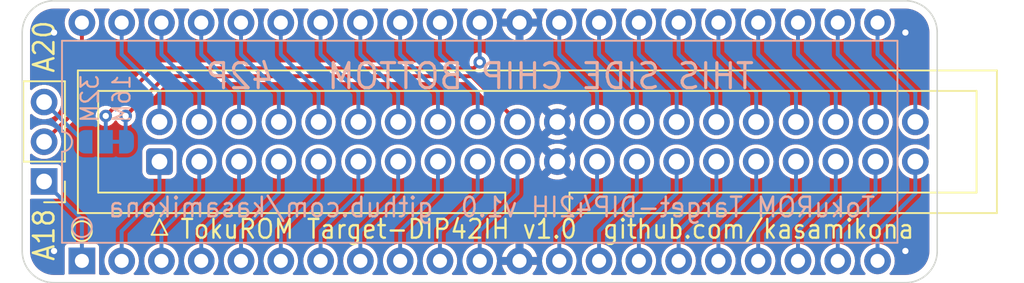
<source format=kicad_pcb>
(kicad_pcb (version 20221018) (generator pcbnew)
  (title_block (title "TokuROM Target-DIP42IH") (rev "1.0") (company "github.com/kasamikona/TokuROM"))
  (layers (0 "F.Cu" signal) (31 "B.Cu" signal) (34 "B.Paste" user) (35 "F.Paste" user) (36 "B.SilkS" user "B.Silkscreen") (37 "F.SilkS" user "F.Silkscreen") (38 "B.Mask" user) (39 "F.Mask" user) (44 "Edge.Cuts" user))
  (net 0 "")
  (net 1 "/A17")
  (net 2 "/A8")
  (net 3 "/A7")
  (net 4 "/A9")
  (net 5 "/A6")
  (net 6 "/A10")
  (net 7 "/A5")
  (net 8 "/A11")
  (net 9 "/A4")
  (net 10 "/A12")
  (net 11 "/A3")
  (net 12 "/A13")
  (net 13 "/A2")
  (net 14 "/A14")
  (net 15 "/A1")
  (net 16 "/A15")
  (net 17 "/A0")
  (net 18 "/A16")
  (net 19 "/CE")
  (net 20 "/BYTE")
  (net 21 "/GND")
  (net 22 "/OE")
  (net 23 "/D15")
  (net 24 "/D0")
  (net 25 "/D7")
  (net 26 "/D8")
  (net 27 "/D14")
  (net 28 "/D1")
  (net 29 "/D6")
  (net 30 "/D9")
  (net 31 "/D13")
  (net 32 "/D2")
  (net 33 "/D5")
  (net 34 "/D10")
  (net 35 "/D12")
  (net 36 "/D3")
  (net 37 "/D4")
  (net 38 "/D11")
  (net 39 "/VCC")
  (net 40 "/BYTE_A20")
  (net 41 "/A18")
  (net 42 "/A19")
  (net 43 "/A20")
  (footprint "Connector_PinHeader_2.54mm:PinHeader_1x03_P2.54mm_Vertical" (layer "F.Cu") (at 17.907 25.4 180)
    (fp_text reference "J3" hide)
    (fp_text value "HIADDR")
    (fp_line (start -1.33 -1.33) (end 0 -1.33) (stroke (width 0.12)) (layer "F.SilkS"))
    (fp_line (start -1.33 0) (end -1.33 -1.33) (stroke (width 0.12)) (layer "F.SilkS"))
    (fp_line (start -1.33 1.27) (end -1.33 6.41) (stroke (width 0.12)) (layer "F.SilkS"))
    (fp_line (start -1.33 1.27) (end 1.33 1.27) (stroke (width 0.12)) (layer "F.SilkS"))
    (fp_line (start -1.33 6.41) (end 1.33 6.41) (stroke (width 0.12)) (layer "F.SilkS"))
    (fp_line (start 1.33 1.27) (end 1.33 6.41) (stroke (width 0.12)) (layer "F.SilkS"))
    (pad "1" thru_hole rect (at 0 0 180) (size 1.7 1.7) (drill 1) (layers "*.Cu" "*.Mask") (net 41 "/A18"))
    (pad "2" thru_hole oval (at 0 2.54 180) (size 1.7 1.7) (drill 1) (layers "*.Cu" "*.Mask") (net 42 "/A19"))
    (pad "3" thru_hole oval (at 0 5.08 180) (size 1.7 1.7) (drill 1) (layers "*.Cu" "*.Mask") (net 43 "/A20"))
  )
  (footprint "Connector_IDC:IDC-Header_2x20_P2.54mm_Vertical" (layer "F.Cu") (at 25.273 24.13 90)
    (fp_text reference "J1" hide)
    (fp_text value "IDC-40")
    (fp_line (start -4.68 -0.5) (end -4.68 0.5) (stroke (width 0.12)) (layer "F.SilkS"))
    (fp_line (start -4.68 0.5) (end -3.68 0) (stroke (width 0.12)) (layer "F.SilkS"))
    (fp_line (start -3.68 0) (end -4.68 -0.5) (stroke (width 0.12)) (layer "F.SilkS"))
    (fp_line (start -3.29 -5.21) (end 5.83 -5.21) (stroke (width 0.12)) (layer "F.SilkS"))
    (fp_line (start -3.29 22.08) (end -1.98 22.08) (stroke (width 0.12)) (layer "F.SilkS"))
    (fp_line (start -3.29 53.47) (end -3.29 -5.21) (stroke (width 0.12)) (layer "F.SilkS"))
    (fp_line (start -1.98 -3.91) (end 4.52 -3.91) (stroke (width 0.12)) (layer "F.SilkS"))
    (fp_line (start -1.98 22.08) (end -1.98 -3.91) (stroke (width 0.12)) (layer "F.SilkS"))
    (fp_line (start -1.98 26.18) (end -3.29 26.18) (stroke (width 0.12)) (layer "F.SilkS"))
    (fp_line (start -1.98 26.18) (end -1.98 26.18) (stroke (width 0.12)) (layer "F.SilkS"))
    (fp_line (start -1.98 52.17) (end -1.98 26.18) (stroke (width 0.12)) (layer "F.SilkS"))
    (fp_line (start 4.52 -3.91) (end 4.52 52.17) (stroke (width 0.12)) (layer "F.SilkS"))
    (fp_line (start 4.52 52.17) (end -1.98 52.17) (stroke (width 0.12)) (layer "F.SilkS"))
    (fp_line (start 5.83 -5.21) (end 5.83 53.47) (stroke (width 0.12)) (layer "F.SilkS"))
    (fp_line (start 5.83 53.47) (end -3.29 53.47) (stroke (width 0.12)) (layer "F.SilkS"))
    (pad "1" thru_hole roundrect (at 0 0 90) (size 1.7 1.7) (drill 1) (layers "*.Cu" "*.Mask") (roundrect_rratio 0.147059) (net 1 "/A17"))
    (pad "2" thru_hole circle (at 2.54 0 90) (size 1.7 1.7) (drill 1) (layers "*.Cu" "*.Mask") (net 2 "/A8"))
    (pad "3" thru_hole circle (at 0 2.54 90) (size 1.7 1.7) (drill 1) (layers "*.Cu" "*.Mask") (net 3 "/A7"))
    (pad "4" thru_hole circle (at 2.54 2.54 90) (size 1.7 1.7) (drill 1) (layers "*.Cu" "*.Mask") (net 4 "/A9"))
    (pad "5" thru_hole circle (at 0 5.08 90) (size 1.7 1.7) (drill 1) (layers "*.Cu" "*.Mask") (net 5 "/A6"))
    (pad "6" thru_hole circle (at 2.54 5.08 90) (size 1.7 1.7) (drill 1) (layers "*.Cu" "*.Mask") (net 6 "/A10"))
    (pad "7" thru_hole circle (at 0 7.62 90) (size 1.7 1.7) (drill 1) (layers "*.Cu" "*.Mask") (net 7 "/A5"))
    (pad "8" thru_hole circle (at 2.54 7.62 90) (size 1.7 1.7) (drill 1) (layers "*.Cu" "*.Mask") (net 8 "/A11"))
    (pad "9" thru_hole circle (at 0 10.16 90) (size 1.7 1.7) (drill 1) (layers "*.Cu" "*.Mask") (net 9 "/A4"))
    (pad "10" thru_hole circle (at 2.54 10.16 90) (size 1.7 1.7) (drill 1) (layers "*.Cu" "*.Mask") (net 10 "/A12"))
    (pad "11" thru_hole circle (at 0 12.7 90) (size 1.7 1.7) (drill 1) (layers "*.Cu" "*.Mask") (net 11 "/A3"))
    (pad "12" thru_hole circle (at 2.54 12.7 90) (size 1.7 1.7) (drill 1) (layers "*.Cu" "*.Mask") (net 12 "/A13"))
    (pad "13" thru_hole circle (at 0 15.24 90) (size 1.7 1.7) (drill 1) (layers "*.Cu" "*.Mask") (net 13 "/A2"))
    (pad "14" thru_hole circle (at 2.54 15.24 90) (size 1.7 1.7) (drill 1) (layers "*.Cu" "*.Mask") (net 14 "/A14"))
    (pad "15" thru_hole circle (at 0 17.78 90) (size 1.7 1.7) (drill 1) (layers "*.Cu" "*.Mask") (net 15 "/A1"))
    (pad "16" thru_hole circle (at 2.54 17.78 90) (size 1.7 1.7) (drill 1) (layers "*.Cu" "*.Mask") (net 16 "/A15"))
    (pad "17" thru_hole circle (at 0 20.32 90) (size 1.7 1.7) (drill 1) (layers "*.Cu" "*.Mask") (net 17 "/A0"))
    (pad "18" thru_hole circle (at 2.54 20.32 90) (size 1.7 1.7) (drill 1) (layers "*.Cu" "*.Mask") (net 18 "/A16"))
    (pad "19" thru_hole circle (at 0 22.86 90) (size 1.7 1.7) (drill 1) (layers "*.Cu" "*.Mask") (net 19 "/CE"))
    (pad "20" thru_hole circle (at 2.54 22.86 90) (size 1.7 1.7) (drill 1) (layers "*.Cu" "*.Mask") (net 20 "/BYTE"))
    (pad "21" thru_hole circle (at 0 25.4 90) (size 1.7 1.7) (drill 1) (layers "*.Cu" "*.Mask") (net 21 "/GND"))
    (pad "22" thru_hole circle (at 2.54 25.4 90) (size 1.7 1.7) (drill 1) (layers "*.Cu" "*.Mask") (net 21 "/GND"))
    (pad "23" thru_hole circle (at 0 27.94 90) (size 1.7 1.7) (drill 1) (layers "*.Cu" "*.Mask") (net 22 "/OE"))
    (pad "24" thru_hole circle (at 2.54 27.94 90) (size 1.7 1.7) (drill 1) (layers "*.Cu" "*.Mask") (net 23 "/D15"))
    (pad "25" thru_hole circle (at 0 30.48 90) (size 1.7 1.7) (drill 1) (layers "*.Cu" "*.Mask") (net 24 "/D0"))
    (pad "26" thru_hole circle (at 2.54 30.48 90) (size 1.7 1.7) (drill 1) (layers "*.Cu" "*.Mask") (net 25 "/D7"))
    (pad "27" thru_hole circle (at 0 33.02 90) (size 1.7 1.7) (drill 1) (layers "*.Cu" "*.Mask") (net 26 "/D8"))
    (pad "28" thru_hole circle (at 2.54 33.02 90) (size 1.7 1.7) (drill 1) (layers "*.Cu" "*.Mask") (net 27 "/D14"))
    (pad "29" thru_hole circle (at 0 35.56 90) (size 1.7 1.7) (drill 1) (layers "*.Cu" "*.Mask") (net 28 "/D1"))
    (pad "30" thru_hole circle (at 2.54 35.56 90) (size 1.7 1.7) (drill 1) (layers "*.Cu" "*.Mask") (net 29 "/D6"))
    (pad "31" thru_hole circle (at 0 38.1 90) (size 1.7 1.7) (drill 1) (layers "*.Cu" "*.Mask") (net 30 "/D9"))
    (pad "32" thru_hole circle (at 2.54 38.1 90) (size 1.7 1.7) (drill 1) (layers "*.Cu" "*.Mask") (net 31 "/D13"))
    (pad "33" thru_hole circle (at 0 40.64 90) (size 1.7 1.7) (drill 1) (layers "*.Cu" "*.Mask") (net 32 "/D2"))
    (pad "34" thru_hole circle (at 2.54 40.64 90) (size 1.7 1.7) (drill 1) (layers "*.Cu" "*.Mask") (net 33 "/D5"))
    (pad "35" thru_hole circle (at 0 43.18 90) (size 1.7 1.7) (drill 1) (layers "*.Cu" "*.Mask") (net 34 "/D10"))
    (pad "36" thru_hole circle (at 2.54 43.18 90) (size 1.7 1.7) (drill 1) (layers "*.Cu" "*.Mask") (net 35 "/D12"))
    (pad "37" thru_hole circle (at 0 45.72 90) (size 1.7 1.7) (drill 1) (layers "*.Cu" "*.Mask") (net 36 "/D3"))
    (pad "38" thru_hole circle (at 2.54 45.72 90) (size 1.7 1.7) (drill 1) (layers "*.Cu" "*.Mask") (net 37 "/D4"))
    (pad "39" thru_hole circle (at 0 48.26 90) (size 1.7 1.7) (drill 1) (layers "*.Cu" "*.Mask") (net 38 "/D11"))
    (pad "40" thru_hole circle (at 2.54 48.26 90) (size 1.7 1.7) (drill 1) (layers "*.Cu" "*.Mask") (net 39 "/VCC"))
  )
  (footprint "Tokurom-Parts:DIP-42_Reversed" (layer "B.Cu") (at 20.32 30.48 -90)
    (fp_text reference "J2" hide)
    (fp_text value "DIP-42_Reversed")
    (fp_line (start -14.08 -52.07) (end -1.16 -52.07) (stroke (width 0.12)) (layer "B.SilkS"))
    (fp_line (start -14.08 1.27) (end -14.08 -52.07) (stroke (width 0.12)) (layer "B.SilkS"))
    (fp_line (start -8.255 1.27) (end -14.08 1.27) (stroke (width 0.12)) (layer "B.SilkS"))
    (fp_line (start -1.16 -52.07) (end -1.16 1.27) (stroke (width 0.12)) (layer "B.SilkS"))
    (fp_line (start -1.16 1.27) (end -6.985 1.27) (stroke (width 0.12)) (layer "B.SilkS"))
    (fp_arc (start -8.255 1.27) (mid -7.62 0.635) (end -6.985 1.27) (stroke (width 0.12)) (layer "B.SilkS"))
    (pad "1" thru_hole rect (at 0 0 270) (size 1.7 1.7) (drill 0.9) (layers "*.Cu" "*.Mask") (net 41 "/A18"))
    (pad "2" thru_hole oval (at 0 -2.54 270) (size 1.7 1.7) (drill 0.9) (layers "*.Cu" "*.Mask") (net 1 "/A17"))
    (pad "3" thru_hole oval (at 0 -5.08 270) (size 1.7 1.7) (drill 0.9) (layers "*.Cu" "*.Mask") (net 3 "/A7"))
    (pad "4" thru_hole oval (at 0 -7.62 270) (size 1.7 1.7) (drill 0.9) (layers "*.Cu" "*.Mask") (net 5 "/A6"))
    (pad "5" thru_hole oval (at 0 -10.16 270) (size 1.7 1.7) (drill 0.9) (layers "*.Cu" "*.Mask") (net 7 "/A5"))
    (pad "6" thru_hole oval (at 0 -12.7 270) (size 1.7 1.7) (drill 0.9) (layers "*.Cu" "*.Mask") (net 9 "/A4"))
    (pad "7" thru_hole oval (at 0 -15.24 270) (size 1.7 1.7) (drill 0.9) (layers "*.Cu" "*.Mask") (net 11 "/A3"))
    (pad "8" thru_hole oval (at 0 -17.78 270) (size 1.7 1.7) (drill 0.9) (layers "*.Cu" "*.Mask") (net 13 "/A2"))
    (pad "9" thru_hole oval (at 0 -20.32 270) (size 1.7 1.7) (drill 0.9) (layers "*.Cu" "*.Mask") (net 15 "/A1"))
    (pad "10" thru_hole oval (at 0 -22.86 270) (size 1.7 1.7) (drill 0.9) (layers "*.Cu" "*.Mask") (net 17 "/A0"))
    (pad "11" thru_hole oval (at 0 -25.4 270) (size 1.7 1.7) (drill 0.9) (layers "*.Cu" "*.Mask") (net 19 "/CE"))
    (pad "12" thru_hole oval (at 0 -27.94 270) (size 1.7 1.7) (drill 0.9) (layers "*.Cu" "*.Mask") (net 21 "/GND"))
    (pad "13" thru_hole oval (at 0 -30.48 270) (size 1.7 1.7) (drill 0.9) (layers "*.Cu" "*.Mask") (net 22 "/OE"))
    (pad "14" thru_hole oval (at 0 -33.02 270) (size 1.7 1.7) (drill 0.9) (layers "*.Cu" "*.Mask") (net 24 "/D0"))
    (pad "15" thru_hole oval (at 0 -35.56 270) (size 1.7 1.7) (drill 0.9) (layers "*.Cu" "*.Mask") (net 26 "/D8"))
    (pad "16" thru_hole oval (at 0 -38.1 270) (size 1.7 1.7) (drill 0.9) (layers "*.Cu" "*.Mask") (net 28 "/D1"))
    (pad "17" thru_hole oval (at 0 -40.64 270) (size 1.7 1.7) (drill 0.9) (layers "*.Cu" "*.Mask") (net 30 "/D9"))
    (pad "18" thru_hole oval (at 0 -43.18 270) (size 1.7 1.7) (drill 0.9) (layers "*.Cu" "*.Mask") (net 32 "/D2"))
    (pad "19" thru_hole oval (at 0 -45.72 270) (size 1.7 1.7) (drill 0.9) (layers "*.Cu" "*.Mask") (net 34 "/D10"))
    (pad "20" thru_hole oval (at 0 -48.26 270) (size 1.7 1.7) (drill 0.9) (layers "*.Cu" "*.Mask") (net 36 "/D3"))
    (pad "21" thru_hole oval (at 0 -50.8 270) (size 1.7 1.7) (drill 0.9) (layers "*.Cu" "*.Mask") (net 38 "/D11"))
    (pad "22" thru_hole oval (at -15.24 -50.8 270) (size 1.7 1.7) (drill 0.9) (layers "*.Cu" "*.Mask") (net 39 "/VCC"))
    (pad "23" thru_hole oval (at -15.24 -48.26 270) (size 1.7 1.7) (drill 0.9) (layers "*.Cu" "*.Mask") (net 37 "/D4"))
    (pad "24" thru_hole oval (at -15.24 -45.72 270) (size 1.7 1.7) (drill 0.9) (layers "*.Cu" "*.Mask") (net 35 "/D12"))
    (pad "25" thru_hole oval (at -15.24 -43.18 270) (size 1.7 1.7) (drill 0.9) (layers "*.Cu" "*.Mask") (net 33 "/D5"))
    (pad "26" thru_hole oval (at -15.24 -40.64 270) (size 1.7 1.7) (drill 0.9) (layers "*.Cu" "*.Mask") (net 31 "/D13"))
    (pad "27" thru_hole oval (at -15.24 -38.1 270) (size 1.7 1.7) (drill 0.9) (layers "*.Cu" "*.Mask") (net 29 "/D6"))
    (pad "28" thru_hole oval (at -15.24 -35.56 270) (size 1.7 1.7) (drill 0.9) (layers "*.Cu" "*.Mask") (net 27 "/D14"))
    (pad "29" thru_hole oval (at -15.24 -33.02 270) (size 1.7 1.7) (drill 0.9) (layers "*.Cu" "*.Mask") (net 25 "/D7"))
    (pad "30" thru_hole oval (at -15.24 -30.48 270) (size 1.7 1.7) (drill 0.9) (layers "*.Cu" "*.Mask") (net 23 "/D15"))
    (pad "31" thru_hole oval (at -15.24 -27.94 270) (size 1.7 1.7) (drill 0.9) (layers "*.Cu" "*.Mask") (net 21 "/GND"))
    (pad "32" thru_hole oval (at -15.24 -25.4 270) (size 1.7 1.7) (drill 0.9) (layers "*.Cu" "*.Mask") (net 40 "/BYTE_A20"))
    (pad "33" thru_hole oval (at -15.24 -22.86 270) (size 1.7 1.7) (drill 0.9) (layers "*.Cu" "*.Mask") (net 18 "/A16"))
    (pad "34" thru_hole oval (at -15.24 -20.32 270) (size 1.7 1.7) (drill 0.9) (layers "*.Cu" "*.Mask") (net 16 "/A15"))
    (pad "35" thru_hole oval (at -15.24 -17.78 270) (size 1.7 1.7) (drill 0.9) (layers "*.Cu" "*.Mask") (net 14 "/A14"))
    (pad "36" thru_hole oval (at -15.24 -15.24 270) (size 1.7 1.7) (drill 0.9) (layers "*.Cu" "*.Mask") (net 12 "/A13"))
    (pad "37" thru_hole oval (at -15.24 -12.7 270) (size 1.7 1.7) (drill 0.9) (layers "*.Cu" "*.Mask") (net 10 "/A12"))
    (pad "38" thru_hole oval (at -15.24 -10.16 270) (size 1.7 1.7) (drill 0.9) (layers "*.Cu" "*.Mask") (net 8 "/A11"))
    (pad "39" thru_hole oval (at -15.24 -7.62 270) (size 1.7 1.7) (drill 0.9) (layers "*.Cu" "*.Mask") (net 6 "/A10"))
    (pad "40" thru_hole oval (at -15.24 -5.08 270) (size 1.7 1.7) (drill 0.9) (layers "*.Cu" "*.Mask") (net 4 "/A9"))
    (pad "41" thru_hole oval (at -15.24 -2.54 270) (size 1.7 1.7) (drill 0.9) (layers "*.Cu" "*.Mask") (net 2 "/A8"))
    (pad "42" thru_hole oval (at -15.24 0 270) (size 1.7 1.7) (drill 0.9) (layers "*.Cu" "*.Mask") (net 42 "/A19"))
  )
  (footprint "Tokurom-Parts:SolderJumper-3_Custom" (layer "B.Cu") (at 21.844 22.86 180)
    (fp_text reference "JP1" hide)
    (fp_text value "16M/32M")
    (fp_poly (pts (xy -0.9 0.125) (xy -0.4 0.125) (xy -0.4 -0.125) (xy -0.9 -0.125)) (fill solid) (layer "B.Cu"))
    (pad "1" smd roundrect (at -1.325 0 180) (size 0.95 1.5) (layers "B.Cu" "B.Mask") (roundrect_rratio 0.5) (chamfer_ratio 0) (chamfer top_right bottom_right) (net 20 "/BYTE"))
    (pad "2" smd rect (at 0 0 180) (size 0.9 1.5) (layers "B.Cu" "B.Mask") (net 40 "/BYTE_A20"))
    (pad "3" smd roundrect (at 1.325 0 180) (size 0.95 1.5) (layers "B.Cu" "B.Mask") (roundrect_rratio 0.5) (chamfer_ratio 0) (chamfer top_left bottom_left) (net 43 "/A20"))
  )
  (gr_circle (center 20.32 28.321) (end 20.32 27.686) (stroke (width 0.12)) (fill none) (layer "B.SilkS"))
  (gr_circle (center 20.32 28.575) (end 20.32 27.94) (stroke (width 0.12)) (fill none) (layer "F.SilkS"))
  (gr_line (start 18.542 13.843) (end 72.898 13.843) (stroke (width 0.1)) (layer "Edge.Cuts"))
  (gr_arc (start 18.542 31.877) (mid 17.105159 31.281841) (end 16.51 29.845) (stroke (width 0.1)) (layer "Edge.Cuts"))
  (gr_line (start 16.51 29.845) (end 16.51 15.875) (stroke (width 0.1)) (layer "Edge.Cuts"))
  (gr_arc (start 74.93 29.845) (mid 74.334841 31.281841) (end 72.898 31.877) (stroke (width 0.1)) (layer "Edge.Cuts"))
  (gr_arc (start 72.898 13.843) (mid 74.334841 14.438159) (end 74.93 15.875) (stroke (width 0.1)) (layer "Edge.Cuts"))
  (gr_line (start 72.898 31.877) (end 18.542 31.877) (stroke (width 0.1)) (layer "Edge.Cuts"))
  (gr_line (start 74.93 15.875) (end 74.93 29.845) (stroke (width 0.1)) (layer "Edge.Cuts"))
  (gr_arc (start 16.51 15.875) (mid 17.105159 14.438159) (end 18.542 13.843) (stroke (width 0.1)) (layer "Edge.Cuts"))
  (gr_text "TokuROM Target-DIP42IH v${REVISION}  github.com/kasamikona" (at 46.482 27.051) (layer "B.SilkS") (effects (font (size 1.25 1.15) (thickness 0.156)) (justify mirror)))
  (gr_text "16M" (at 22.86 21.717 90) (layer "B.SilkS") (effects (font (size 1.1 1) (thickness 0.138)) (justify right mirror)))
  (gr_text "32M" (at 20.828 21.717 90) (layer "B.SilkS") (effects (font (size 1.1 1) (thickness 0.138)) (justify right mirror)))
  (gr_text "THIS SIDE CHIP BOTTOM   42P" (at 45.72 18.669) (layer "B.SilkS") (effects (font (size 1.6 1.5) (thickness 0.2)) (justify mirror)))
  (gr_text "TokuROM Target-DIP42IH v${REVISION}  github.com/kasamikona" (at 50.038 28.448) (layer "F.SilkS") (effects (font (size 1.2 1.1))))
  (gr_text "A20" (at 17.907 18.542 90) (layer "F.SilkS") (effects (font (size 1.3 1.2) (thickness 0.163)) (justify left)))
  (gr_text "A18" (at 17.907 27.051 90) (layer "F.SilkS") (effects (font (size 1.3 1.2) (thickness 0.163) bold) (justify right)))
  (segment (start 25.273 24.13) (end 25.273 26.162) (width 0.25) (layer "B.Cu") (net 1))
  (segment (start 25.273 26.162) (end 22.86 28.575) (width 0.25) (layer "B.Cu") (net 1))
  (segment (start 22.86 28.575) (end 22.86 30.48) (width 0.25) (layer "B.Cu") (net 1))
  (segment (start 25.273 21.59) (end 25.273 19.685) (width 0.25) (layer "B.Cu") (net 2))
  (segment (start 25.273 19.685) (end 22.86 17.272) (width 0.25) (layer "B.Cu") (net 2))
  (segment (start 22.86 17.272) (end 22.86 15.24) (width 0.25) (layer "B.Cu") (net 2))
  (segment (start 27.813 26.162) (end 25.4 28.575) (width 0.25) (layer "B.Cu") (net 3))
  (segment (start 27.813 24.13) (end 27.813 26.162) (width 0.25) (layer "B.Cu") (net 3))
  (segment (start 25.4 28.575) (end 25.4 30.48) (width 0.25) (layer "B.Cu") (net 3))
  (segment (start 25.4 17.272) (end 25.4 15.24) (width 0.25) (layer "B.Cu") (net 4))
  (segment (start 27.813 21.59) (end 27.813 19.685) (width 0.25) (layer "B.Cu") (net 4))
  (segment (start 27.813 19.685) (end 25.4 17.272) (width 0.25) (layer "B.Cu") (net 4))
  (segment (start 27.94 28.575) (end 27.94 30.48) (width 0.25) (layer "B.Cu") (net 5))
  (segment (start 30.353 24.13) (end 30.353 26.162) (width 0.25) (layer "B.Cu") (net 5))
  (segment (start 30.353 26.162) (end 27.94 28.575) (width 0.25) (layer "B.Cu") (net 5))
  (segment (start 30.353 19.685) (end 27.94 17.272) (width 0.25) (layer "B.Cu") (net 6))
  (segment (start 27.94 17.272) (end 27.94 15.24) (width 0.25) (layer "B.Cu") (net 6))
  (segment (start 30.353 21.59) (end 30.353 19.685) (width 0.25) (layer "B.Cu") (net 6))
  (segment (start 32.893 24.13) (end 32.893 26.162) (width 0.25) (layer "B.Cu") (net 7))
  (segment (start 32.893 26.162) (end 30.48 28.575) (width 0.25) (layer "B.Cu") (net 7))
  (segment (start 30.48 28.575) (end 30.48 30.48) (width 0.25) (layer "B.Cu") (net 7))
  (segment (start 30.48 17.272) (end 32.893 19.685) (width 0.25) (layer "B.Cu") (net 8))
  (segment (start 30.48 15.24) (end 30.48 17.272) (width 0.25) (layer "B.Cu") (net 8))
  (segment (start 32.893 19.685) (end 32.893 21.59) (width 0.25) (layer "B.Cu") (net 8))
  (segment (start 35.433 24.13) (end 35.433 26.162) (width 0.25) (layer "B.Cu") (net 9))
  (segment (start 33.02 28.575) (end 33.02 30.48) (width 0.25) (layer "B.Cu") (net 9))
  (segment (start 35.433 26.162) (end 33.02 28.575) (width 0.25) (layer "B.Cu") (net 9))
  (segment (start 33.02 17.272) (end 35.433 19.685) (width 0.25) (layer "B.Cu") (net 10))
  (segment (start 35.433 19.685) (end 35.433 21.59) (width 0.25) (layer "B.Cu") (net 10))
  (segment (start 33.02 15.24) (end 33.02 17.272) (width 0.25) (layer "B.Cu") (net 10))
  (segment (start 35.56 28.575) (end 35.56 30.48) (width 0.25) (layer "B.Cu") (net 11))
  (segment (start 37.973 26.162) (end 35.56 28.575) (width 0.25) (layer "B.Cu") (net 11))
  (segment (start 37.973 24.13) (end 37.973 26.162) (width 0.25) (layer "B.Cu") (net 11))
  (segment (start 37.973 19.685) (end 37.973 21.59) (width 0.25) (layer "B.Cu") (net 12))
  (segment (start 35.56 15.24) (end 35.56 17.272) (width 0.25) (layer "B.Cu") (net 12))
  (segment (start 35.56 17.272) (end 37.973 19.685) (width 0.25) (layer "B.Cu") (net 12))
  (segment (start 38.1 28.575) (end 38.1 30.48) (width 0.25) (layer "B.Cu") (net 13))
  (segment (start 40.513 24.13) (end 40.513 26.162) (width 0.25) (layer "B.Cu") (net 13))
  (segment (start 40.513 26.162) (end 38.1 28.575) (width 0.25) (layer "B.Cu") (net 13))
  (segment (start 38.1 15.24) (end 38.1 17.272) (width 0.25) (layer "B.Cu") (net 14))
  (segment (start 40.513 19.685) (end 40.513 21.59) (width 0.25) (layer "B.Cu") (net 14))
  (segment (start 38.1 17.272) (end 40.513 19.685) (width 0.25) (layer "B.Cu") (net 14))
  (segment (start 43.053 26.162) (end 40.64 28.575) (width 0.25) (layer "B.Cu") (net 15))
  (segment (start 43.053 24.13) (end 43.053 26.162) (width 0.25) (layer "B.Cu") (net 15))
  (segment (start 40.64 28.575) (end 40.64 30.48) (width 0.25) (layer "B.Cu") (net 15))
  (segment (start 40.64 17.272) (end 43.053 19.685) (width 0.25) (layer "B.Cu") (net 16))
  (segment (start 40.64 15.24) (end 40.64 17.272) (width 0.25) (layer "B.Cu") (net 16))
  (segment (start 43.053 19.685) (end 43.053 21.59) (width 0.25) (layer "B.Cu") (net 16))
  (segment (start 45.593 26.162) (end 43.18 28.575) (width 0.25) (layer "B.Cu") (net 17))
  (segment (start 43.18 28.575) (end 43.18 30.48) (width 0.25) (layer "B.Cu") (net 17))
  (segment (start 45.593 24.13) (end 45.593 26.162) (width 0.25) (layer "B.Cu") (net 17))
  (segment (start 43.18 15.24) (end 43.18 17.272) (width 0.25) (layer "B.Cu") (net 18))
  (segment (start 43.18 17.272) (end 45.593 19.685) (width 0.25) (layer "B.Cu") (net 18))
  (segment (start 45.593 19.685) (end 45.593 21.59) (width 0.25) (layer "B.Cu") (net 18))
  (segment (start 45.72 28.575) (end 45.72 30.48) (width 0.25) (layer "B.Cu") (net 19))
  (segment (start 48.133 26.162) (end 45.72 28.575) (width 0.25) (layer "B.Cu") (net 19))
  (segment (start 48.133 24.13) (end 48.133 26.162) (width 0.25) (layer "B.Cu") (net 19))
  (segment (start 45.212 18.669) (end 48.133 21.59) (width 0.25) (layer "F.Cu") (net 20))
  (segment (start 25.654 18.669) (end 45.212 18.669) (width 0.25) (layer "F.Cu") (net 20))
  (segment (start 23.114 21.209) (end 25.654 18.669) (width 0.25) (layer "F.Cu") (net 20))
  (via (at 23.114 21.209) (size 0.8) (drill 0.4) (layers "F.Cu" "B.Cu") (net 20))
  (segment (start 23.114 22.805) (end 23.169 22.86) (width 0.25) (layer "B.Cu") (net 20))
  (segment (start 23.114 21.209) (end 23.114 22.805) (width 0.25) (layer "B.Cu") (net 20))
  (via (at 72.898 15.875) (size 0.8) (drill 0.4) (layers "F.Cu" "B.Cu") (net 21))
  (via (at 72.898 29.845) (size 0.8) (drill 0.4) (layers "F.Cu" "B.Cu") (net 21))
  (via (at 18.542 15.875) (size 0.8) (drill 0.4) (layers "F.Cu" "B.Cu") (net 21))
  (via (at 18.542 29.845) (size 0.8) (drill 0.4) (layers "F.Cu" "B.Cu") (net 21))
  (segment (start 50.8 28.575) (end 50.8 30.48) (width 0.25) (layer "B.Cu") (net 22))
  (segment (start 53.213 24.13) (end 53.213 26.162) (width 0.25) (layer "B.Cu") (net 22))
  (segment (start 53.213 26.162) (end 50.8 28.575) (width 0.25) (layer "B.Cu") (net 22))
  (segment (start 50.8 17.272) (end 53.213 19.685) (width 0.25) (layer "B.Cu") (net 23))
  (segment (start 53.213 19.685) (end 53.213 21.59) (width 0.25) (layer "B.Cu") (net 23))
  (segment (start 50.8 15.24) (end 50.8 17.272) (width 0.25) (layer "B.Cu") (net 23))
  (segment (start 55.753 24.13) (end 55.753 26.162) (width 0.25) (layer "B.Cu") (net 24))
  (segment (start 55.753 26.162) (end 53.34 28.575) (width 0.25) (layer "B.Cu") (net 24))
  (segment (start 53.34 28.575) (end 53.34 30.48) (width 0.25) (layer "B.Cu") (net 24))
  (segment (start 53.34 17.272) (end 55.753 19.685) (width 0.25) (layer "B.Cu") (net 25))
  (segment (start 55.753 19.685) (end 55.753 21.59) (width 0.25) (layer "B.Cu") (net 25))
  (segment (start 53.34 15.24) (end 53.34 17.272) (width 0.25) (layer "B.Cu") (net 25))
  (segment (start 58.293 24.13) (end 58.293 26.162) (width 0.25) (layer "B.Cu") (net 26))
  (segment (start 58.293 26.162) (end 55.88 28.575) (width 0.25) (layer "B.Cu") (net 26))
  (segment (start 55.88 28.575) (end 55.88 30.48) (width 0.25) (layer "B.Cu") (net 26))
  (segment (start 58.293 19.685) (end 58.293 21.59) (width 0.25) (layer "B.Cu") (net 27))
  (segment (start 55.88 17.272) (end 58.293 19.685) (width 0.25) (layer "B.Cu") (net 27))
  (segment (start 55.88 15.24) (end 55.88 17.272) (width 0.25) (layer "B.Cu") (net 27))
  (segment (start 58.42 28.575) (end 58.42 30.48) (width 0.25) (layer "B.Cu") (net 28))
  (segment (start 60.833 24.13) (end 60.833 26.162) (width 0.25) (layer "B.Cu") (net 28))
  (segment (start 60.833 26.162) (end 58.42 28.575) (width 0.25) (layer "B.Cu") (net 28))
  (segment (start 58.42 15.24) (end 58.42 17.272) (width 0.25) (layer "B.Cu") (net 29))
  (segment (start 58.42 17.272) (end 60.833 19.685) (width 0.25) (layer "B.Cu") (net 29))
  (segment (start 60.833 19.685) (end 60.833 21.59) (width 0.25) (layer "B.Cu") (net 29))
  (segment (start 63.373 24.13) (end 63.373 26.162) (width 0.25) (layer "B.Cu") (net 30))
  (segment (start 60.96 28.575) (end 60.96 30.48) (width 0.25) (layer "B.Cu") (net 30))
  (segment (start 63.373 26.162) (end 60.96 28.575) (width 0.25) (layer "B.Cu") (net 30))
  (segment (start 60.96 17.272) (end 63.373 19.685) (width 0.25) (layer "B.Cu") (net 31))
  (segment (start 60.96 15.24) (end 60.96 17.272) (width 0.25) (layer "B.Cu") (net 31))
  (segment (start 63.373 19.685) (end 63.373 21.59) (width 0.25) (layer "B.Cu") (net 31))
  (segment (start 65.913 26.162) (end 63.5 28.575) (width 0.25) (layer "B.Cu") (net 32))
  (segment (start 65.913 24.13) (end 65.913 26.162) (width 0.25) (layer "B.Cu") (net 32))
  (segment (start 63.5 28.575) (end 63.5 30.48) (width 0.25) (layer "B.Cu") (net 32))
  (segment (start 63.5 17.272) (end 65.913 19.685) (width 0.25) (layer "B.Cu") (net 33))
  (segment (start 63.5 15.24) (end 63.5 17.272) (width 0.25) (layer "B.Cu") (net 33))
  (segment (start 65.913 19.685) (end 65.913 21.59) (width 0.25) (layer "B.Cu") (net 33))
  (segment (start 68.453 24.13) (end 68.453 26.162) (width 0.25) (layer "B.Cu") (net 34))
  (segment (start 68.453 26.162) (end 66.04 28.575) (width 0.25) (layer "B.Cu") (net 34))
  (segment (start 66.04 28.575) (end 66.04 30.48) (width 0.25) (layer "B.Cu") (net 34))
  (segment (start 66.04 17.272) (end 68.453 19.685) (width 0.25) (layer "B.Cu") (net 35))
  (segment (start 66.04 15.24) (end 66.04 17.272) (width 0.25) (layer "B.Cu") (net 35))
  (segment (start 68.453 19.685) (end 68.453 21.59) (width 0.25) (layer "B.Cu") (net 35))
  (segment (start 70.993 26.162) (end 68.58 28.575) (width 0.25) (layer "B.Cu") (net 36))
  (segment (start 70.993 24.13) (end 70.993 26.162) (width 0.25) (layer "B.Cu") (net 36))
  (segment (start 68.58 28.575) (end 68.58 30.48) (width 0.25) (layer "B.Cu") (net 36))
  (segment (start 70.993 19.685) (end 70.993 21.59) (width 0.25) (layer "B.Cu") (net 37))
  (segment (start 68.58 17.272) (end 70.993 19.685) (width 0.25) (layer "B.Cu") (net 37))
  (segment (start 68.58 15.24) (end 68.58 17.272) (width 0.25) (layer "B.Cu") (net 37))
  (segment (start 71.12 28.575) (end 71.12 30.48) (width 0.25) (layer "B.Cu") (net 38))
  (segment (start 73.533 24.13) (end 73.533 26.162) (width 0.25) (layer "B.Cu") (net 38))
  (segment (start 73.533 26.162) (end 71.12 28.575) (width 0.25) (layer "B.Cu") (net 38))
  (segment (start 73.533 19.685) (end 73.533 21.59) (width 0.25) (layer "B.Cu") (net 39))
  (segment (start 71.12 15.24) (end 71.12 17.272) (width 0.25) (layer "B.Cu") (net 39))
  (segment (start 71.12 17.272) (end 73.533 19.685) (width 0.25) (layer "B.Cu") (net 39))
  (segment (start 45.72 17.78) (end 45.339 18.161) (width 0.25) (layer "F.Cu") (net 40))
  (segment (start 24.892 18.161) (end 21.844 21.209) (width 0.25) (layer "F.Cu") (net 40))
  (segment (start 45.339 18.161) (end 24.892 18.161) (width 0.25) (layer "F.Cu") (net 40))
  (via (at 45.72 17.78) (size 0.8) (drill 0.4) (layers "F.Cu" "B.Cu") (net 40))
  (via (at 21.844 21.209) (size 0.8) (drill 0.4) (layers "F.Cu" "B.Cu") (net 40))
  (segment (start 21.844 21.209) (end 21.844 22.86) (width 0.25) (layer "B.Cu") (net 40))
  (segment (start 45.72 17.78) (end 45.72 15.24) (width 0.25) (layer "B.Cu") (net 40))
  (segment (start 20.32 30.48) (end 20.32 27.813) (width 0.25) (layer "B.Cu") (net 41))
  (segment (start 20.32 27.813) (end 17.907 25.4) (width 0.25) (layer "B.Cu") (net 41))
  (segment (start 17.907 22.86) (end 20.32 20.447) (width 0.25) (layer "F.Cu") (net 42))
  (segment (start 20.32 20.447) (end 20.32 15.24) (width 0.25) (layer "F.Cu") (net 42))
  (segment (start 17.907 20.32) (end 20.447 22.86) (width 0.25) (layer "B.Cu") (net 43))
  (segment (start 20.447 22.86) (end 20.519 22.86) (width 0.25) (layer "B.Cu") (net 43))
  (zone (net 21) (net_name "/GND") (layers "F&B.Cu") (connect_pads (clearance 0.25)) (min_thickness 0.15) (fill yes (thermal_gap 0.3) (thermal_bridge_width 0.5))
    (polygon (pts (xy 16.51 31.877) (xy 74.93 31.877) (xy 74.93 13.843) (xy 16.51 13.843)))
  )
)
</source>
